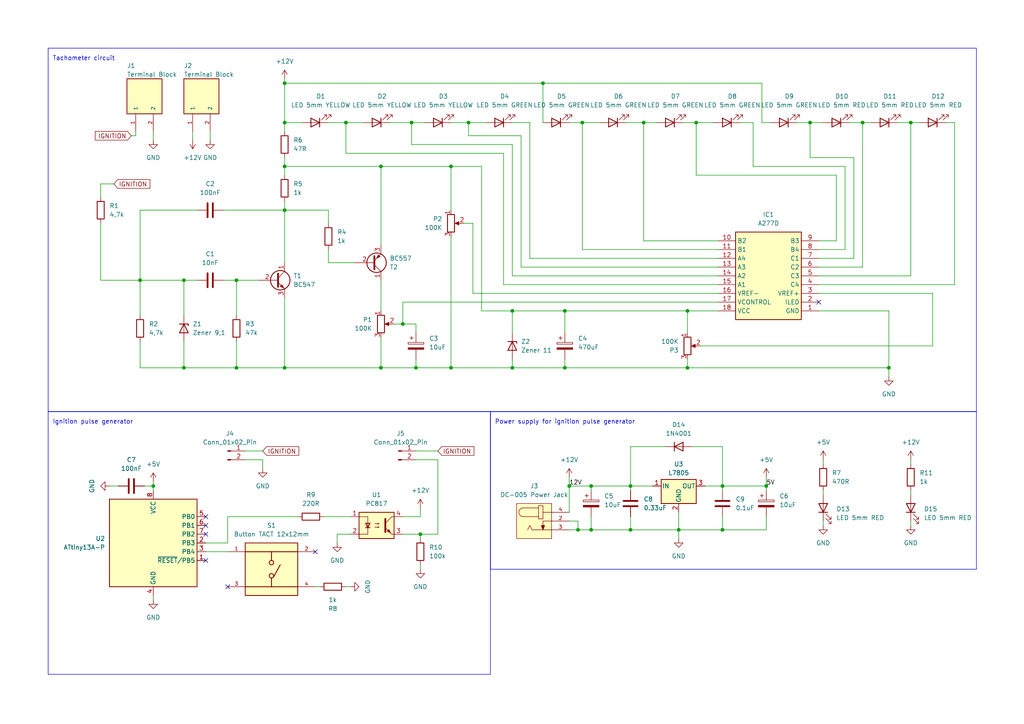
<source format=kicad_sch>
(kicad_sch (version 20230121) (generator eeschema)
  (paper "A4")
  (title_block (title "A277D LED Tachometer with Digital Ignition Pulse Generator") (date "2024-06-10"))
  (lib_symbols
    (symbol "Connector:Conn_01x02_Pin" (pin_names (offset 1.016) hide)
      (property "Reference" "J" (at 0 2.54 0))
      (property "Value" "Conn_01x02_Pin" (at 0 -5.08 0))
      (symbol "Conn_01x02_Pin_1_1"
        (polyline (pts (xy 1.27 -2.54) (xy 0.8636 -2.54)) (stroke (width 0.1524)))
        (polyline (pts (xy 1.27 0) (xy 0.8636 0)) (stroke (width 0.1524)))
        (rectangle (start 0.8636 -2.413) (end 0 -2.667) (stroke (width 0.1524)) (fill (type outline)))
        (rectangle (start 0.8636 0.127) (end 0 -0.127) (stroke (width 0.1524)) (fill (type outline)))
        (pin passive line (at 5.08 0 180) (length 3.81) (name "Pin_1") (number "1"))
        (pin passive line (at 5.08 -2.54 180) (length 3.81) (name "Pin_2") (number "2"))
      )
    )
    (symbol "Device:C" (pin_numbers hide) (pin_names (offset 0.254))
      (property "Reference" "C" (at 0.635 2.54 0))
      (property "Value" "C" (at 0.635 -2.54 0))
      (symbol "C_0_1"
        (polyline (pts (xy -2.032 -0.762) (xy 2.032 -0.762)) (stroke (width 0.508)))
        (polyline (pts (xy -2.032 0.762) (xy 2.032 0.762)) (stroke (width 0.508)))
      )
      (symbol "C_1_1"
        (pin passive line (at 0 3.81 270) (length 2.794) (name "~") (number "1"))
        (pin passive line (at 0 -3.81 90) (length 2.794) (name "~") (number "2"))
      )
    )
    (symbol "Device:C_Polarized" (pin_numbers hide) (pin_names (offset 0.254))
      (property "Reference" "C" (at 0.635 2.54 0))
      (property "Value" "C_Polarized" (at 0.635 -2.54 0))
      (symbol "C_Polarized_0_1"
        (rectangle (start -2.286 0.508) (end 2.286 1.016))
        (polyline (pts (xy -1.778 2.286) (xy -0.762 2.286)))
        (polyline (pts (xy -1.27 2.794) (xy -1.27 1.778)))
        (rectangle (start 2.286 -0.508) (end -2.286 -1.016) (fill (type outline)))
      )
      (symbol "C_Polarized_1_1"
        (pin passive line (at 0 3.81 270) (length 2.794) (name "~") (number "1"))
        (pin passive line (at 0 -3.81 90) (length 2.794) (name "~") (number "2"))
      )
    )
    (symbol "Device:D_Zener" (pin_numbers hide) (pin_names (offset 1.016) hide)
      (property "Reference" "D" (at 0 2.54 0))
      (property "Value" "D_Zener" (at 0 -2.54 0))
      (symbol "D_Zener_0_1"
        (polyline (pts (xy 1.27 0) (xy -1.27 0)))
        (polyline (pts (xy -1.27 -1.27) (xy -1.27 1.27) (xy -0.762 1.27)) (stroke (width 0.254)))
        (polyline (pts (xy 1.27 -1.27) (xy 1.27 1.27) (xy -1.27 0) (xy 1.27 -1.27)) (stroke (width 0.254)))
      )
      (symbol "D_Zener_1_1"
        (pin passive line (at -3.81 0 0) (length 2.54) (name "K") (number "1"))
        (pin passive line (at 3.81 0 180) (length 2.54) (name "A") (number "2"))
      )
    )
    (symbol "Device:R" (pin_numbers hide) (pin_names (offset 0))
      (property "Reference" "R" (at 2.032 0 90))
      (property "Value" "R" (at 0 0 90))
      (symbol "R_0_1"
        (rectangle (start -1.016 -2.54) (end 1.016 2.54) (stroke (width 0.254)))
      )
      (symbol "R_1_1"
        (pin passive line (at 0 3.81 270) (length 1.27) (name "~") (number "1"))
        (pin passive line (at 0 -3.81 90) (length 1.27) (name "~") (number "2"))
      )
    )
    (symbol "Diode:1N4001" (pin_numbers hide) (pin_names hide)
      (property "Reference" "D" (at 0 2.54 0))
      (property "Value" "1N4001" (at 0 -2.54 0))
      (symbol "1N4001_0_1"
        (polyline (pts (xy -1.27 1.27) (xy -1.27 -1.27)) (stroke (width 0.254)))
        (polyline (pts (xy 1.27 0) (xy -1.27 0)))
        (polyline (pts (xy 1.27 1.27) (xy 1.27 -1.27) (xy -1.27 0) (xy 1.27 1.27)) (stroke (width 0.254)))
      )
      (symbol "1N4001_1_1"
        (pin passive line (at -3.81 0 0) (length 2.54) (name "K") (number "1"))
        (pin passive line (at 3.81 0 180) (length 2.54) (name "A") (number "2"))
      )
    )
    (symbol "StockLib:A277D"
      (property "Reference" "IC" (at 16.51 30.48 0))
      (property "Value" "A277D" (at 16.51 27.94 0))
      (symbol "A277D_1_1"
        (rectangle (start 0 25.4) (end 19.05 0) (stroke (width 0.254)) (fill (type background)))
        (pin passive line (at -5.08 22.86 0) (length 5.08) (name "GND") (number "1"))
        (pin passive line (at 24.13 2.54 180) (length 5.08) (name "B2") (number "10"))
        (pin passive line (at 24.13 5.08 180) (length 5.08) (name "B1") (number "11"))
        (pin passive line (at 24.13 7.62 180) (length 5.08) (name "A4") (number "12"))
        (pin passive line (at 24.13 10.16 180) (length 5.08) (name "A3") (number "13"))
        (pin passive line (at 24.13 12.7 180) (length 5.08) (name "A2") (number "14"))
        (pin passive line (at 24.13 15.24 180) (length 5.08) (name "A1") (number "15"))
        (pin passive line (at 24.13 17.78 180) (length 5.08) (name "VREF-") (number "16"))
        (pin passive line (at 24.13 20.32 180) (length 5.08) (name "VCONTROL") (number "17"))
        (pin passive line (at 24.13 22.86 180) (length 5.08) (name "VCC") (number "18"))
        (pin passive line (at -5.08 20.32 0) (length 5.08) (name "ILED") (number "2"))
        (pin passive line (at -5.08 17.78 0) (length 5.08) (name "VREF+") (number "3"))
        (pin passive line (at -5.08 15.24 0) (length 5.08) (name "C4") (number "4"))
        (pin passive line (at -5.08 12.7 0) (length 5.08) (name "C3") (number "5"))
        (pin passive line (at -5.08 10.16 0) (length 5.08) (name "C2") (number "6"))
        (pin passive line (at -5.08 7.62 0) (length 5.08) (name "C1") (number "7"))
        (pin passive line (at -5.08 5.08 0) (length 5.08) (name "B4") (number "8"))
        (pin passive line (at -5.08 2.54 0) (length 5.08) (name "B3") (number "9"))
      )
    )
    (symbol "StockLib:ATtiny13A-P"
      (property "Reference" "U" (at -12.7 13.97 0))
      (property "Value" "ATtiny13A-P" (at 2.54 -13.97 0))
      (symbol "ATtiny13A-P_0_1"
        (rectangle (start -12.7 -12.7) (end 12.7 12.7) (stroke (width 0.254)) (fill (type background)))
      )
      (symbol "ATtiny13A-P_1_1"
        (pin bidirectional line (at 15.24 -5.08 180) (length 2.54) (name "~{RESET}/PB5") (number "1"))
        (pin bidirectional line (at 15.24 0 180) (length 2.54) (name "PB3") (number "2"))
        (pin bidirectional line (at 15.24 -2.54 180) (length 2.54) (name "PB4") (number "3"))
        (pin power_in line (at 0 -15.24 90) (length 2.54) (name "GND") (number "4"))
        (pin bidirectional line (at 15.24 7.62 180) (length 2.54) (name "PB0") (number "5"))
        (pin bidirectional line (at 15.24 5.08 180) (length 2.54) (name "PB1") (number "6"))
        (pin bidirectional line (at 15.24 2.54 180) (length 2.54) (name "PB2") (number "7"))
        (pin power_in line (at 0 15.24 270) (length 2.54) (name "VCC") (number "8"))
      )
    )
    (symbol "StockLib:BC547" (pin_names (offset 0) hide)
      (property "Reference" "Q" (at 5.08 1.905 0))
      (property "Value" "BC547" (at 5.08 0 0))
      (symbol "BC547_0_1"
        (polyline (pts (xy 0 0) (xy 0.635 0)))
        (polyline (pts (xy 0.635 0.635) (xy 2.54 2.54)))
        (polyline (pts (xy 0.635 -0.635) (xy 2.54 -2.54) (xy 2.54 -2.54)))
        (polyline (pts (xy 0.635 1.905) (xy 0.635 -1.905) (xy 0.635 -1.905)) (stroke (width 0.508)))
        (polyline (pts (xy 1.27 -1.778) (xy 1.778 -1.27) (xy 2.286 -2.286) (xy 1.27 -1.778) (xy 1.27 -1.778)) (fill (type outline)))
        (circle (center 1.27 0) (radius 2.8194) (stroke (width 0.254)))
      )
      (symbol "BC547_1_1"
        (pin passive line (at 2.54 5.08 270) (length 2.54) (name "C") (number "1"))
        (pin input line (at -5.08 0 0) (length 5.08) (name "B") (number "2"))
        (pin passive line (at 2.54 -5.08 90) (length 2.54) (name "E") (number "3"))
      )
    )
    (symbol "StockLib:BC557" (pin_names (offset 0) hide)
      (property "Reference" "Q" (at 5.08 1.905 0))
      (property "Value" "BC557" (at 5.08 0 0))
      (symbol "BC557_0_1"
        (polyline (pts (xy 0.635 0.635) (xy 2.54 2.54)))
        (polyline (pts (xy 0.635 -0.635) (xy 2.54 -2.54) (xy 2.54 -2.54)))
        (polyline (pts (xy 0.635 1.905) (xy 0.635 -1.905) (xy 0.635 -1.905)) (stroke (width 0.508)))
        (polyline (pts (xy 2.286 -1.778) (xy 1.778 -2.286) (xy 1.27 -1.27) (xy 2.286 -1.778) (xy 2.286 -1.778)) (fill (type outline)))
        (circle (center 1.27 0) (radius 2.8194) (stroke (width 0.254)))
      )
      (symbol "BC557_1_1"
        (pin passive line (at 2.54 5.08 270) (length 2.54) (name "C") (number "1"))
        (pin input line (at -5.08 0 0) (length 5.715) (name "B") (number "2"))
        (pin passive line (at 2.54 -5.08 90) (length 2.54) (name "E") (number "3"))
      )
    )
    (symbol "StockLib:Button TACT 12x12mm" (pin_names (offset 1.016))
      (property "Reference" "S" (at -7.62 8.382 0))
      (property "Value" "Button TACT 12x12mm" (at -7.62 -8.382 0))
      (symbol "Button TACT 12x12mm_0_0"
        (rectangle (start -7.62 -7.62) (end 7.62 7.62) (stroke (width 0.254)) (fill (type background)))
        (circle (center 0 -1.905) (radius 0.635) (stroke (width 0.254)))
        (polyline (pts (xy 0 -5.08) (xy -7.62 -5.08)) (stroke (width 0.254)))
        (polyline (pts (xy 0 -5.08) (xy 7.62 -5.08)) (stroke (width 0.254)))
        (polyline (pts (xy 0 -2.54) (xy 0 -5.08)) (stroke (width 0.254)))
        (polyline (pts (xy 0 5.08) (xy -7.62 5.08)) (stroke (width 0.254)))
        (polyline (pts (xy 0 5.08) (xy 0 2.54)) (stroke (width 0.254)))
        (polyline (pts (xy 0 5.08) (xy 7.62 5.08)) (stroke (width 0.254)))
        (polyline (pts (xy 0.635 -2.2225) (xy 2.54 1.27)) (stroke (width 0.254)))
        (circle (center 0 1.905) (radius 0.635) (stroke (width 0.254)))
        (pin passive line (at -12.7 5.08 0) (length 5.08) (name "~") (number "1"))
        (pin passive line (at 12.7 5.08 180) (length 5.08) (name "~") (number "2"))
        (pin passive line (at -12.7 -5.08 0) (length 5.08) (name "~") (number "3"))
        (pin passive line (at 12.7 -5.08 180) (length 5.08) (name "~") (number "4"))
      )
    )
    (symbol "StockLib:C_100nF" (pin_numbers hide) (pin_names (offset 0.254))
      (property "Reference" "C" (at 0.635 2.54 0))
      (property "Value" "100nF" (at 0.635 -2.54 0))
      (symbol "C_100nF_0_1"
        (polyline (pts (xy -2.032 -0.762) (xy 2.032 -0.762)) (stroke (width 0.508)))
        (polyline (pts (xy -2.032 0.762) (xy 2.032 0.762)) (stroke (width 0.508)))
      )
      (symbol "C_100nF_1_1"
        (pin passive line (at 0 3.81 270) (length 2.794) (name "~") (number "1"))
        (pin passive line (at 0 -3.81 90) (length 2.794) (name "~") (number "2"))
      )
    )
    (symbol "StockLib:DC-005 Power Jack" (pin_names (offset 1.016))
      (property "Reference" "J" (at -5.0943 5.5976 0))
      (property "Value" "DC-005 Power Jack" (at -5.0995 -7.6398 0))
      (symbol "DC-005 Power Jack_0_0"
        (rectangle (start -5.08 -5.08) (end 5.08 5.08) (stroke (width 0.1524)) (fill (type background)))
        (arc (start -3.175 3.81) (mid -4.4395 2.54) (end -3.175 1.27) (stroke (width 0.1524)))
        (polyline (pts (xy -3.175 3.81) (xy 1.27 3.81)) (stroke (width 0.1524)))
        (polyline (pts (xy -1.27 -1.27) (xy -1.905 -2.54)) (stroke (width 0.1524)))
        (polyline (pts (xy -0.635 -2.54) (xy -1.27 -1.27)) (stroke (width 0.1524)))
        (polyline (pts (xy 1.27 0.635) (xy 2.54 0.635)) (stroke (width 0.1524)))
        (polyline (pts (xy 1.27 1.27) (xy -3.175 1.27)) (stroke (width 0.1524)))
        (polyline (pts (xy 1.27 1.27) (xy 1.27 0.635)) (stroke (width 0.1524)))
        (polyline (pts (xy 1.27 3.81) (xy 1.27 1.27)) (stroke (width 0.1524)))
        (polyline (pts (xy 1.27 4.445) (xy 1.27 3.81)) (stroke (width 0.1524)))
        (polyline (pts (xy 2.54 -2.54) (xy -0.635 -2.54)) (stroke (width 0.1524)))
        (polyline (pts (xy 2.54 -2.54) (xy 5.08 -2.54)) (stroke (width 0.1524)))
        (polyline (pts (xy 2.54 0) (xy 2.54 -2.54)) (stroke (width 0.1524)))
        (polyline (pts (xy 2.54 0) (xy 5.08 0)) (stroke (width 0.1524)))
        (polyline (pts (xy 2.54 0.635) (xy 2.54 2.54)) (stroke (width 0.1524)))
        (polyline (pts (xy 2.54 2.54) (xy 2.54 4.445)) (stroke (width 0.1524)))
        (polyline (pts (xy 2.54 2.54) (xy 5.08 2.54)) (stroke (width 0.1524)))
        (polyline (pts (xy 2.54 4.445) (xy 1.27 4.445)) (stroke (width 0.1524)))
        (polyline (pts (xy 2.54 -2.54) (xy 2.032 -1.27) (xy 3.048 -1.27) (xy 2.54 -2.54)) (stroke (width 0.1524)) (fill (type outline)))
        (pin passive line (at 10.16 0 180) (length 5.08) (name "~") (number "2"))
        (pin passive line (at 10.16 -2.54 180) (length 5.08) (name "~") (number "3"))
        (pin passive line (at 10.16 2.54 180) (length 5.08) (name "~") (number "4"))
      )
    )
    (symbol "StockLib:L7805" (pin_names (offset 0.254))
      (property "Reference" "U" (at -3.81 3.175 0))
      (property "Value" "L7805" (at 0 3.175 0))
      (symbol "L7805_0_1"
        (rectangle (start -5.08 1.905) (end 5.08 -5.08) (stroke (width 0.254)) (fill (type background)))
      )
      (symbol "L7805_1_1"
        (pin power_in line (at -7.62 0 0) (length 2.54) (name "IN") (number "1"))
        (pin power_in line (at 0 -7.62 90) (length 2.54) (name "GND") (number "2"))
        (pin power_out line (at 7.62 0 180) (length 2.54) (name "OUT") (number "3"))
      )
    )
    (symbol "StockLib:LED 5mm GREEN" (pin_numbers hide) (pin_names (offset 1.016) hide)
      (property "Reference" "D" (at 0 2.54 0))
      (property "Value" "LED 5mm GREEN" (at 0 -2.54 0))
      (symbol "LED 5mm GREEN_0_1"
        (polyline (pts (xy -1.27 -1.27) (xy -1.27 1.27)) (stroke (width 0.254)))
        (polyline (pts (xy -1.27 0) (xy 1.27 0)))
        (polyline (pts (xy 1.27 -1.27) (xy 1.27 1.27) (xy -1.27 0) (xy 1.27 -1.27)) (stroke (width 0.254)))
        (polyline (pts (xy -3.048 -0.762) (xy -4.572 -2.286) (xy -3.81 -2.286) (xy -4.572 -2.286) (xy -4.572 -1.524)))
        (polyline (pts (xy -1.778 -0.762) (xy -3.302 -2.286) (xy -2.54 -2.286) (xy -3.302 -2.286) (xy -3.302 -1.524)))
      )
      (symbol "LED 5mm GREEN_1_1"
        (pin passive line (at -3.81 0 0) (length 2.54) (name "K") (number "1"))
        (pin passive line (at 3.81 0 180) (length 2.54) (name "A") (number "2"))
      )
    )
    (symbol "StockLib:LED 5mm RED" (pin_numbers hide) (pin_names (offset 1.016) hide)
      (property "Reference" "D" (at 0 2.54 0))
      (property "Value" "LED 5mm RED" (at 0 -2.54 0))
      (symbol "LED 5mm RED_0_1"
        (polyline (pts (xy -1.27 -1.27) (xy -1.27 1.27)) (stroke (width 0.254)))
        (polyline (pts (xy -1.27 0) (xy 1.27 0)))
        (polyline (pts (xy 1.27 -1.27) (xy 1.27 1.27) (xy -1.27 0) (xy 1.27 -1.27)) (stroke (width 0.254)))
        (polyline (pts (xy -3.048 -0.762) (xy -4.572 -2.286) (xy -3.81 -2.286) (xy -4.572 -2.286) (xy -4.572 -1.524)))
        (polyline (pts (xy -1.778 -0.762) (xy -3.302 -2.286) (xy -2.54 -2.286) (xy -3.302 -2.286) (xy -3.302 -1.524)))
      )
      (symbol "LED 5mm RED_1_1"
        (pin passive line (at -3.81 0 0) (length 2.54) (name "K") (number "1"))
        (pin passive line (at 3.81 0 180) (length 2.54) (name "A") (number "2"))
      )
    )
    (symbol "StockLib:LED 5mm YELLOW" (pin_numbers hide) (pin_names (offset 1.016) hide)
      (property "Reference" "D" (at 0 2.54 0))
      (property "Value" "LED 5mm YELLOW" (at 0 -2.54 0))
      (symbol "LED 5mm YELLOW_0_1"
        (polyline (pts (xy -1.27 -1.27) (xy -1.27 1.27)) (stroke (width 0.254)))
        (polyline (pts (xy -1.27 0) (xy 1.27 0)))
        (polyline (pts (xy 1.27 -1.27) (xy 1.27 1.27) (xy -1.27 0) (xy 1.27 -1.27)) (stroke (width 0.254)))
        (polyline (pts (xy -3.048 -0.762) (xy -4.572 -2.286) (xy -3.81 -2.286) (xy -4.572 -2.286) (xy -4.572 -1.524)))
        (polyline (pts (xy -1.778 -0.762) (xy -3.302 -2.286) (xy -2.54 -2.286) (xy -3.302 -2.286) (xy -3.302 -1.524)))
      )
      (symbol "LED 5mm YELLOW_1_1"
        (pin passive line (at -3.81 0 0) (length 2.54) (name "K") (number "1"))
        (pin passive line (at 3.81 0 180) (length 2.54) (name "A") (number "2"))
      )
    )
    (symbol "StockLib:PC817" (pin_names (offset 1.016))
      (property "Reference" "U" (at -5.08 5.08 0))
      (property "Value" "PC817" (at 0 5.08 0))
      (symbol "PC817_0_1"
        (rectangle (start -5.08 3.81) (end 5.08 -3.81) (stroke (width 0.254)) (fill (type background)))
        (polyline (pts (xy -3.175 -0.635) (xy -1.905 -0.635)) (stroke (width 0.254)))
        (polyline (pts (xy 2.54 0.635) (xy 4.445 2.54)))
        (polyline (pts (xy 4.445 -2.54) (xy 2.54 -0.635)) (fill (type outline)))
        (polyline (pts (xy 4.445 -2.54) (xy 5.08 -2.54)))
        (polyline (pts (xy 4.445 2.54) (xy 5.08 2.54)))
        (polyline (pts (xy -5.08 2.54) (xy -2.54 2.54) (xy -2.54 -0.635)))
        (polyline (pts (xy -2.54 -0.635) (xy -2.54 -2.54) (xy -5.08 -2.54)))
        (polyline (pts (xy 2.54 1.905) (xy 2.54 -1.905) (xy 2.54 -1.905)) (stroke (width 0.508)))
        (polyline (pts (xy -2.54 -0.635) (xy -3.175 0.635) (xy -1.905 0.635) (xy -2.54 -0.635)) (stroke (width 0.254)))
        (polyline (pts (xy -0.508 -0.508) (xy 0.762 -0.508) (xy 0.381 -0.635) (xy 0.381 -0.381) (xy 0.762 -0.508)))
        (polyline (pts (xy -0.508 0.508) (xy 0.762 0.508) (xy 0.381 0.381) (xy 0.381 0.635) (xy 0.762 0.508)))
        (polyline (pts (xy 3.048 -1.651) (xy 3.556 -1.143) (xy 4.064 -2.159) (xy 3.048 -1.651) (xy 3.048 -1.651)) (fill (type outline)))
      )
      (symbol "PC817_1_1"
        (pin passive line (at -7.62 2.54 0) (length 2.54) (name "~") (number "1"))
        (pin passive line (at -7.62 -2.54 0) (length 2.54) (name "~") (number "2"))
        (pin passive line (at 7.62 -2.54 180) (length 2.54) (name "~") (number "3"))
        (pin passive line (at 7.62 2.54 180) (length 2.54) (name "~") (number "4"))
      )
    )
    (symbol "StockLib:R_1k" (pin_numbers hide) (pin_names (offset 0))
      (property "Reference" "R" (at 2.032 0 90))
      (property "Value" "1k" (at 0 0 90))
      (symbol "R_1k_0_1"
        (rectangle (start -1.016 -2.54) (end 1.016 2.54) (stroke (width 0.254)))
      )
      (symbol "R_1k_1_1"
        (pin passive line (at 0 3.81 270) (length 1.27) (name "~") (number "1"))
        (pin passive line (at 0 -3.81 90) (length 1.27) (name "~") (number "2"))
      )
    )
    (symbol "StockLib:R_470R" (pin_numbers hide) (pin_names (offset 0))
      (property "Reference" "R" (at 2.032 0 90))
      (property "Value" "470R" (at 0 0 90))
      (symbol "R_470R_0_1"
        (rectangle (start -1.016 -2.54) (end 1.016 2.54) (stroke (width 0.254)))
      )
      (symbol "R_470R_1_1"
        (pin passive line (at 0 3.81 270) (length 1.27) (name "~") (number "1"))
        (pin passive line (at 0 -3.81 90) (length 1.27) (name "~") (number "2"))
      )
    )
    (symbol "StockLib:Terminal Block KF301-2P" (pin_names (offset 1.016))
      (property "Reference" "J" (at -5.08 5.842 0))
      (property "Value" "Terminal Block KF301-2P" (at -5.08 -7.62 0))
      (symbol "Terminal Block KF301-2P_0_0"
        (rectangle (start -5.08 -5.08) (end 5.08 5.08) (stroke (width 0.254)) (fill (type background)))
        (pin passive line (at -10.16 2.54 0) (length 5.08) (name "1") (number "1"))
        (pin passive line (at -10.16 -2.54 0) (length 5.08) (name "2") (number "2"))
      )
    )
    (symbol "StockLib:Trimpot RM-065" (pin_names (offset 1.016) hide)
      (property "Reference" "RV" (at -4.445 0 90))
      (property "Value" "Trimpot RM-065" (at -2.54 0 90))
      (symbol "Trimpot RM-065_0_1"
        (polyline (pts (xy 2.54 0) (xy 1.524 0)))
        (polyline (pts (xy 1.143 0) (xy 2.286 0.508) (xy 2.286 -0.508) (xy 1.143 0)) (fill (type outline)))
        (rectangle (start 1.016 2.54) (end -1.016 -2.54) (stroke (width 0.254)))
      )
      (symbol "Trimpot RM-065_1_1"
        (pin passive line (at 0 3.81 270) (length 1.27) (name "1") (number "1"))
        (pin passive line (at 3.81 0 180) (length 1.27) (name "2") (number "2"))
        (pin passive line (at 0 -3.81 90) (length 1.27) (name "3") (number "3"))
      )
    )
    (symbol "power:+12V" (power) (pin_names (offset 0))
      (property "Value" "+12V" (at 0 3.556 0))
      (symbol "+12V_0_1"
        (polyline (pts (xy -0.762 1.27) (xy 0 2.54)))
        (polyline (pts (xy 0 0) (xy 0 2.54)))
        (polyline (pts (xy 0 2.54) (xy 0.762 1.27)))
      )
      (symbol "+12V_1_1"
        (pin power_in line (at 0 0 90) (length 0) hide (name "+12V") (number "1"))
      )
    )
    (symbol "power:+5V" (power) (pin_names (offset 0))
      (property "Value" "+5V" (at 0 3.556 0))
      (symbol "+5V_0_1"
        (polyline (pts (xy -0.762 1.27) (xy 0 2.54)))
        (polyline (pts (xy 0 0) (xy 0 2.54)))
        (polyline (pts (xy 0 2.54) (xy 0.762 1.27)))
      )
      (symbol "+5V_1_1"
        (pin power_in line (at 0 0 90) (length 0) hide (name "+5V") (number "1"))
      )
    )
    (symbol "power:GND" (power) (pin_names (offset 0))
      (property "Value" "GND" (at 0 -3.81 0))
      (symbol "GND_0_1"
        (polyline (pts (xy 0 0) (xy 0 -1.27) (xy 1.27 -1.27) (xy 0 -2.54) (xy -1.27 -1.27) (xy 0 -1.27)))
      )
      (symbol "GND_1_1"
        (pin power_in line (at 0 0 270) (length 0) hide (name "GND") (number "1"))
      )
    )
  )
  (junction (at 199.39 106.68))
  (junction (at 53.34 106.68))
  (junction (at 100.33 35.56))
  (junction (at 130.81 48.26))
  (junction (at 165.1 140.97))
  (junction (at 264.16 35.56))
  (junction (at 110.49 48.26))
  (junction (at 68.58 81.28))
  (junction (at 201.93 35.56))
  (junction (at 222.25 140.97))
  (junction (at 168.91 35.56))
  (junction (at 182.88 140.97))
  (junction (at 44.45 140.97))
  (junction (at 119.38 35.56))
  (junction (at 121.92 154.94))
  (junction (at 167.64 153.67))
  (junction (at 250.19 35.56))
  (junction (at 209.55 140.97))
  (junction (at 82.55 106.68))
  (junction (at 148.59 90.17))
  (junction (at 171.45 153.67))
  (junction (at 82.55 60.96))
  (junction (at 148.59 106.68))
  (junction (at 68.58 106.68))
  (junction (at 82.55 24.13))
  (junction (at 135.89 35.56))
  (junction (at 199.39 90.17))
  (junction (at 171.45 140.97))
  (junction (at 196.85 153.67))
  (junction (at 209.55 153.67))
  (junction (at 163.83 90.17))
  (junction (at 40.64 81.28))
  (junction (at 157.48 24.13))
  (junction (at 163.83 106.68))
  (junction (at 116.84 93.98))
  (junction (at 53.34 81.28))
  (junction (at 110.49 106.68))
  (junction (at 82.55 48.26))
  (junction (at 257.81 106.68))
  (junction (at 130.81 106.68))
  (junction (at 234.95 35.56))
  (junction (at 82.55 35.56))
  (junction (at 120.65 106.68))
  (junction (at 186.69 35.56))
  (junction (at 182.88 153.67))
  (no_connect (at 66.04 170.18))
  (no_connect (at 91.44 160.02))
  (no_connect (at 237.49 87.63))
  (no_connect (at 59.69 162.56))
  (no_connect (at 59.69 149.86))
  (no_connect (at 59.69 152.4))
  (no_connect (at 59.69 154.94))
  (wire (pts (xy 110.49 97.79) (xy 110.49 106.68)))
  (wire (pts (xy 199.39 104.14) (xy 199.39 106.68)))
  (wire (pts (xy 193.04 129.54) (xy 182.88 129.54)))
  (wire (pts (xy 121.92 163.83) (xy 121.92 165.1)))
  (wire (pts (xy 120.65 96.52) (xy 120.65 93.98)))
  (wire (pts (xy 146.05 44.45) (xy 100.33 44.45)))
  (wire (pts (xy 182.88 140.97) (xy 189.23 140.97)))
  (wire (pts (xy 39.37 38.1) (xy 39.37 39.37)))
  (wire (pts (xy 127 154.94) (xy 127 133.35)))
  (wire (pts (xy 116.84 93.98) (xy 120.65 93.98)))
  (wire (pts (xy 97.79 154.94) (xy 97.79 157.48)))
  (wire (pts (xy 234.95 35.56) (xy 238.76 35.56)))
  (wire (pts (xy 165.1 140.97) (xy 171.45 140.97)))
  (wire (pts (xy 264.16 142.24) (xy 264.16 143.51)))
  (wire (pts (xy 116.84 154.94) (xy 121.92 154.94)))
  (wire (pts (xy 168.91 72.39) (xy 168.91 35.56)))
  (wire (pts (xy 57.15 81.28) (xy 53.34 81.28)))
  (wire (pts (xy 171.45 140.97) (xy 182.88 140.97)))
  (wire (pts (xy 82.55 35.56) (xy 82.55 38.1)))
  (wire (pts (xy 100.33 35.56) (xy 105.41 35.56)))
  (wire (pts (xy 101.6 170.18) (xy 100.33 170.18)))
  (wire (pts (xy 163.83 106.68) (xy 199.39 106.68)))
  (wire (pts (xy 220.98 35.56) (xy 223.52 35.56)))
  (wire (pts (xy 121.92 147.32) (xy 121.92 149.86)))
  (wire (pts (xy 182.88 149.86) (xy 182.88 153.67)))
  (wire (pts (xy 139.7 90.17) (xy 148.59 90.17)))
  (wire (pts (xy 40.64 81.28) (xy 53.34 81.28)))
  (wire (pts (xy 95.25 76.2) (xy 102.87 76.2)))
  (wire (pts (xy 199.39 106.68) (xy 257.81 106.68)))
  (wire (pts (xy 264.16 133.35) (xy 264.16 134.62)))
  (wire (pts (xy 200.66 129.54) (xy 209.55 129.54)))
  (wire (pts (xy 218.44 48.26) (xy 245.11 48.26)))
  (wire (pts (xy 95.25 35.56) (xy 100.33 35.56)))
  (wire (pts (xy 110.49 48.26) (xy 130.81 48.26)))
  (wire (pts (xy 130.81 106.68) (xy 148.59 106.68)))
  (wire (pts (xy 237.49 69.85) (xy 242.57 69.85)))
  (wire (pts (xy 148.59 35.56) (xy 153.67 35.56)))
  (wire (pts (xy 130.81 48.26) (xy 130.81 60.96)))
  (wire (pts (xy 31.75 140.97) (xy 34.29 140.97)))
  (wire (pts (xy 209.55 153.67) (xy 222.25 153.67)))
  (wire (pts (xy 137.16 64.77) (xy 137.16 85.09)))
  (wire (pts (xy 165.1 138.43) (xy 165.1 140.97)))
  (wire (pts (xy 237.49 74.93) (xy 247.65 74.93)))
  (wire (pts (xy 201.93 50.8) (xy 201.93 35.56)))
  (wire (pts (xy 234.95 45.72) (xy 234.95 35.56)))
  (wire (pts (xy 101.6 154.94) (xy 97.79 154.94)))
  (wire (pts (xy 242.57 69.85) (xy 242.57 50.8)))
  (wire (pts (xy 167.64 153.67) (xy 171.45 153.67)))
  (wire (pts (xy 218.44 35.56) (xy 218.44 48.26)))
  (wire (pts (xy 53.34 106.68) (xy 68.58 106.68)))
  (wire (pts (xy 245.11 48.26) (xy 245.11 72.39)))
  (wire (pts (xy 163.83 96.52) (xy 163.83 90.17)))
  (wire (pts (xy 196.85 153.67) (xy 209.55 153.67)))
  (wire (pts (xy 168.91 35.56) (xy 173.99 35.56)))
  (wire (pts (xy 120.65 104.14) (xy 120.65 106.68)))
  (wire (pts (xy 100.33 44.45) (xy 100.33 35.56)))
  (wire (pts (xy 222.25 138.43) (xy 222.25 140.97)))
  (wire (pts (xy 222.25 142.24) (xy 222.25 140.97)))
  (wire (pts (xy 181.61 35.56) (xy 186.69 35.56)))
  (wire (pts (xy 134.62 64.77) (xy 137.16 64.77)))
  (wire (pts (xy 121.92 149.86) (xy 116.84 149.86)))
  (wire (pts (xy 148.59 80.01) (xy 148.59 41.91)))
  (wire (pts (xy 116.84 87.63) (xy 208.28 87.63)))
  (wire (pts (xy 186.69 35.56) (xy 190.5 35.56)))
  (wire (pts (xy 196.85 153.67) (xy 196.85 148.59)))
  (wire (pts (xy 196.85 153.67) (xy 196.85 156.21)))
  (wire (pts (xy 208.28 82.55) (xy 146.05 82.55)))
  (wire (pts (xy 60.96 38.1) (xy 60.96 40.64)))
  (wire (pts (xy 151.13 77.47) (xy 151.13 39.37)))
  (wire (pts (xy 245.11 72.39) (xy 237.49 72.39)))
  (wire (pts (xy 41.91 140.97) (xy 44.45 140.97)))
  (wire (pts (xy 95.25 72.39) (xy 95.25 76.2)))
  (wire (pts (xy 121.92 154.94) (xy 121.92 156.21)))
  (wire (pts (xy 40.64 106.68) (xy 53.34 106.68)))
  (wire (pts (xy 135.89 35.56) (xy 140.97 35.56)))
  (wire (pts (xy 82.55 60.96) (xy 95.25 60.96)))
  (wire (pts (xy 209.55 149.86) (xy 209.55 153.67)))
  (wire (pts (xy 148.59 106.68) (xy 163.83 106.68)))
  (wire (pts (xy 148.59 41.91) (xy 119.38 41.91)))
  (wire (pts (xy 121.92 154.94) (xy 127 154.94)))
  (wire (pts (xy 151.13 39.37) (xy 135.89 39.37)))
  (wire (pts (xy 237.49 77.47) (xy 250.19 77.47)))
  (wire (pts (xy 110.49 81.28) (xy 110.49 90.17)))
  (wire (pts (xy 238.76 151.13) (xy 238.76 152.4)))
  (wire (pts (xy 137.16 85.09) (xy 208.28 85.09)))
  (wire (pts (xy 199.39 90.17) (xy 199.39 96.52)))
  (wire (pts (xy 231.14 35.56) (xy 234.95 35.56)))
  (wire (pts (xy 208.28 77.47) (xy 151.13 77.47)))
  (wire (pts (xy 82.55 106.68) (xy 110.49 106.68)))
  (wire (pts (xy 153.67 35.56) (xy 153.67 74.93)))
  (wire (pts (xy 119.38 41.91) (xy 119.38 35.56)))
  (wire (pts (xy 55.88 38.1) (xy 55.88 40.64)))
  (wire (pts (xy 93.98 149.86) (xy 101.6 149.86)))
  (wire (pts (xy 40.64 60.96) (xy 40.64 81.28)))
  (wire (pts (xy 71.12 133.35) (xy 76.2 133.35)))
  (wire (pts (xy 209.55 129.54) (xy 209.55 140.97)))
  (wire (pts (xy 44.45 139.7) (xy 44.45 140.97)))
  (wire (pts (xy 64.77 81.28) (xy 68.58 81.28)))
  (wire (pts (xy 257.81 106.68) (xy 257.81 109.22)))
  (wire (pts (xy 182.88 129.54) (xy 182.88 140.97)))
  (wire (pts (xy 148.59 90.17) (xy 148.59 96.52)))
  (wire (pts (xy 163.83 90.17) (xy 199.39 90.17)))
  (wire (pts (xy 146.05 82.55) (xy 146.05 44.45)))
  (wire (pts (xy 110.49 48.26) (xy 110.49 71.12)))
  (wire (pts (xy 165.1 140.97) (xy 165.1 148.59)))
  (wire (pts (xy 44.45 38.1) (xy 44.45 40.64)))
  (wire (pts (xy 250.19 35.56) (xy 252.73 35.56)))
  (wire (pts (xy 270.51 100.33) (xy 203.2 100.33)))
  (wire (pts (xy 186.69 69.85) (xy 186.69 35.56)))
  (wire (pts (xy 110.49 106.68) (xy 120.65 106.68)))
  (wire (pts (xy 214.63 35.56) (xy 218.44 35.56)))
  (wire (pts (xy 171.45 149.86) (xy 171.45 153.67)))
  (wire (pts (xy 238.76 133.35) (xy 238.76 134.62)))
  (wire (pts (xy 182.88 140.97) (xy 182.88 142.24)))
  (wire (pts (xy 113.03 35.56) (xy 119.38 35.56)))
  (wire (pts (xy 64.77 60.96) (xy 82.55 60.96)))
  (wire (pts (xy 82.55 24.13) (xy 82.55 35.56)))
  (wire (pts (xy 68.58 99.06) (xy 68.58 106.68)))
  (wire (pts (xy 130.81 35.56) (xy 135.89 35.56)))
  (wire (pts (xy 29.21 53.34) (xy 33.02 53.34)))
  (wire (pts (xy 276.86 82.55) (xy 276.86 35.56)))
  (wire (pts (xy 163.83 104.14) (xy 163.83 106.68)))
  (wire (pts (xy 29.21 53.34) (xy 29.21 57.15)))
  (wire (pts (xy 82.55 35.56) (xy 87.63 35.56)))
  (wire (pts (xy 165.1 151.13) (xy 167.64 151.13)))
  (wire (pts (xy 53.34 81.28) (xy 53.34 91.44)))
  (wire (pts (xy 264.16 35.56) (xy 266.7 35.56)))
  (wire (pts (xy 171.45 140.97) (xy 171.45 142.24)))
  (wire (pts (xy 237.49 82.55) (xy 276.86 82.55)))
  (wire (pts (xy 209.55 140.97) (xy 209.55 142.24)))
  (wire (pts (xy 40.64 99.06) (xy 40.64 106.68)))
  (wire (pts (xy 57.15 60.96) (xy 40.64 60.96)))
  (wire (pts (xy 165.1 153.67) (xy 167.64 153.67)))
  (wire (pts (xy 157.48 24.13) (xy 220.98 24.13)))
  (wire (pts (xy 82.55 48.26) (xy 82.55 45.72)))
  (wire (pts (xy 40.64 81.28) (xy 40.64 91.44)))
  (wire (pts (xy 119.38 35.56) (xy 123.19 35.56)))
  (wire (pts (xy 68.58 106.68) (xy 82.55 106.68)))
  (wire (pts (xy 116.84 87.63) (xy 116.84 93.98)))
  (wire (pts (xy 204.47 140.97) (xy 209.55 140.97)))
  (wire (pts (xy 53.34 99.06) (xy 53.34 106.68)))
  (wire (pts (xy 66.04 157.48) (xy 59.69 157.48)))
  (wire (pts (xy 167.64 153.67) (xy 167.64 151.13)))
  (wire (pts (xy 120.65 106.68) (xy 130.81 106.68)))
  (wire (pts (xy 165.1 35.56) (xy 168.91 35.56)))
  (wire (pts (xy 208.28 72.39) (xy 168.91 72.39)))
  (wire (pts (xy 148.59 104.14) (xy 148.59 106.68)))
  (wire (pts (xy 82.55 86.36) (xy 82.55 106.68)))
  (wire (pts (xy 237.49 90.17) (xy 257.81 90.17)))
  (wire (pts (xy 237.49 85.09) (xy 270.51 85.09)))
  (wire (pts (xy 208.28 69.85) (xy 186.69 69.85)))
  (wire (pts (xy 39.37 39.37) (xy 38.1 39.37)))
  (wire (pts (xy 264.16 80.01) (xy 264.16 35.56)))
  (wire (pts (xy 135.89 39.37) (xy 135.89 35.56)))
  (wire (pts (xy 120.65 130.81) (xy 127 130.81)))
  (wire (pts (xy 82.55 22.86) (xy 82.55 24.13)))
  (wire (pts (xy 29.21 81.28) (xy 40.64 81.28)))
  (wire (pts (xy 238.76 142.24) (xy 238.76 143.51)))
  (wire (pts (xy 201.93 35.56) (xy 207.01 35.56)))
  (wire (pts (xy 264.16 151.13) (xy 264.16 152.4)))
  (wire (pts (xy 114.3 93.98) (xy 116.84 93.98)))
  (wire (pts (xy 237.49 80.01) (xy 264.16 80.01)))
  (wire (pts (xy 208.28 90.17) (xy 199.39 90.17)))
  (wire (pts (xy 59.69 160.02) (xy 66.04 160.02)))
  (wire (pts (xy 222.25 153.67) (xy 222.25 149.86)))
  (wire (pts (xy 139.7 48.26) (xy 130.81 48.26)))
  (wire (pts (xy 247.65 74.93) (xy 247.65 45.72)))
  (wire (pts (xy 95.25 60.96) (xy 95.25 64.77)))
  (wire (pts (xy 82.55 60.96) (xy 82.55 76.2)))
  (wire (pts (xy 276.86 35.56) (xy 274.32 35.56)))
  (wire (pts (xy 44.45 172.72) (xy 44.45 173.99)))
  (wire (pts (xy 148.59 90.17) (xy 163.83 90.17)))
  (wire (pts (xy 71.12 130.81) (xy 76.2 130.81)))
  (wire (pts (xy 139.7 90.17) (xy 139.7 48.26)))
  (wire (pts (xy 242.57 50.8) (xy 201.93 50.8)))
  (wire (pts (xy 68.58 81.28) (xy 74.93 81.28)))
  (wire (pts (xy 110.49 48.26) (xy 82.55 48.26)))
  (wire (pts (xy 270.51 85.09) (xy 270.51 100.33)))
  (wire (pts (xy 68.58 81.28) (xy 68.58 91.44)))
  (wire (pts (xy 76.2 133.35) (xy 76.2 135.89)))
  (wire (pts (xy 29.21 64.77) (xy 29.21 81.28)))
  (wire (pts (xy 260.35 35.56) (xy 264.16 35.56)))
  (wire (pts (xy 246.38 35.56) (xy 250.19 35.56)))
  (wire (pts (xy 82.55 58.42) (xy 82.55 60.96)))
  (wire (pts (xy 153.67 74.93) (xy 208.28 74.93)))
  (wire (pts (xy 209.55 140.97) (xy 222.25 140.97)))
  (wire (pts (xy 171.45 153.67) (xy 182.88 153.67)))
  (wire (pts (xy 247.65 45.72) (xy 234.95 45.72)))
  (wire (pts (xy 82.55 48.26) (xy 82.55 50.8)))
  (wire (pts (xy 208.28 80.01) (xy 148.59 80.01)))
  (wire (pts (xy 82.55 24.13) (xy 157.48 24.13)))
  (wire (pts (xy 257.81 90.17) (xy 257.81 106.68)))
  (wire (pts (xy 44.45 140.97) (xy 44.45 142.24)))
  (wire (pts (xy 120.65 133.35) (xy 127 133.35)))
  (wire (pts (xy 250.19 77.47) (xy 250.19 35.56)))
  (wire (pts (xy 130.81 68.58) (xy 130.81 106.68)))
  (wire (pts (xy 182.88 153.67) (xy 196.85 153.67)))
  (wire (pts (xy 198.12 35.56) (xy 201.93 35.56)))
  (wire (pts (xy 92.71 170.18) (xy 91.44 170.18)))
  (wire (pts (xy 157.48 24.13) (xy 157.48 35.56)))
  (wire (pts (xy 66.04 149.86) (xy 86.36 149.86)))
  (wire (pts (xy 66.04 157.48) (xy 66.04 149.86)))
  (wire (pts (xy 220.98 24.13) (xy 220.98 35.56)))
  (rectangle (start 13.97 13.97) (end 283.21 119.38))
  (rectangle (start 142.24 119.38) (end 283.21 165.1))
  (rectangle (start 13.97 119.38) (end 142.24 195.58))
  (text "Ignition pulse generator" (at 15.24 123.19 0) (effects (font (size 1.27 1.27)) (justify left bottom)))
  (text "Tachometer circuit" (at 15.24 17.78 0) (effects (font (size 1.27 1.27)) (justify left bottom)))
  (text "Power supply for ignition pulse generator" (at 143.51 123.19 0) (effects (font (size 1.27 1.27)) (justify left bottom)))
  (label "12V" (at 165.1 140.97 0))
  (label "5V" (at 222.25 140.97 0))
  (global_label "IGNITION" (shape input) (at 76.2 130.81 0) (property "Intersheetrefs" "${INTERSHEET_REFS}" (effects hide)))
  (global_label "IGNITION" (shape input) (at 127 130.81 0) (property "Intersheetrefs" "${INTERSHEET_REFS}" (effects hide)))
  (global_label "IGNITION" (shape input) (at 33.02 53.34 0) (property "Intersheetrefs" "${INTERSHEET_REFS}" (effects hide)))
  (global_label "IGNITION" (shape input) (at 38.1 39.37 180) (property "Intersheetrefs" "${INTERSHEET_REFS}" (effects hide)))
  (symbol (lib_id "StockLib:BC547") (at 80.01 81.28 0) (unit 1)
    (property "Reference" "T1" (at 85.09 80.01 0) (effects (justify left)))
    (property "Value" "BC547" (at 85.09 82.55 0) (effects (justify left)))
    (property "Footprint" "Package_TO_SOT_THT:TO-92_Inline" (effects hide))
    (property "Datasheet" "https://www.onsemi.com/pub/Collateral/BC550-D.pdf" (effects hide))
  )
  (symbol (lib_id "Device:R") (at 82.55 41.91 0) (unit 1)
    (property "Reference" "R6" (at 85.09 40.64 0) (effects (justify left)))
    (property "Value" "47R" (at 85.09 43.18 0) (effects (justify left)))
    (property "Footprint" "Resistor_THT:R_Axial_DIN0207_L6.3mm_D2.5mm_P10.16mm_Horizontal" (effects hide))
  )
  (symbol (lib_id "StockLib:Terminal Block KF301-2P") (at 58.42 27.94 90) (unit 1)
    (property "Reference" "J2" (at 53.34 19.05 90) (effects (justify right)))
    (property "Value" "Terminal Block" (at 53.34 21.59 90) (effects (justify right)))
    (property "Footprint" "StockLib:Terminal Block KF301-2P" (effects hide))
    (property "MF" "Handson Technology" (effects hide))
    (property "MAXIMUM_PACKAGE_HEIGHT" "10mm" (effects hide))
    (property "Package" "None" (effects hide))
    (property "Price" "None" (effects hide))
    (property "Check_prices" "https://www.snapeda.com/parts/KF301-2P/Handson+Technology/view-part/?ref=eda" (effects hide))
    (property "STANDARD" "Manufacturer Recommendations" (effects hide))
    (property "PARTREV" "NA" (effects hide))
    (property "SnapEDA_Link" "https://www.snapeda.com/parts/KF301-2P/Handson+Technology/view-part/?ref=snap" (effects hide))
    (property "MP" "KF301-2P" (effects hide))
    (property "Description" "\n2 Pin Terminal Block 5mm Pitch\n" (effects hide))
    (property "Availability" "Not in stock" (effects hide))
    (property "MANUFACTURER" "Handson Technology" (effects hide))
  )
  (symbol (lib_id "StockLib:R_470R") (at 238.76 138.43 180) (unit 1)
    (property "Reference" "R7" (at 241.3 137.16 0) (effects (justify right)))
    (property "Value" "470R" (at 241.3 139.7 0) (effects (justify right)))
    (property "Footprint" "StockLib:R_470_Axial_DIN0207" (effects hide))
  )
  (symbol (lib_id "power:GND") (at 76.2 135.89 0) (unit 1)
    (property "Reference" "#PWR020" (effects hide))
    (property "Value" "GND" (at 76.2 140.97 0))
  )
  (symbol (lib_id "power:GND") (at 31.75 140.97 270) (unit 1)
    (property "Reference" "#PWR013" (effects hide))
    (property "Value" "GND" (at 26.67 140.97 0))
  )
  (symbol (lib_id "StockLib:Terminal Block KF301-2P") (at 41.91 27.94 90) (unit 1)
    (property "Reference" "J1" (at 36.83 19.05 90) (effects (justify right)))
    (property "Value" "Terminal Block" (at 36.83 21.59 90) (effects (justify right)))
    (property "Footprint" "StockLib:Terminal Block KF301-2P" (effects hide))
    (property "MF" "Handson Technology" (effects hide))
    (property "MAXIMUM_PACKAGE_HEIGHT" "10mm" (effects hide))
    (property "Package" "None" (effects hide))
    (property "Price" "None" (effects hide))
    (property "Check_prices" "https://www.snapeda.com/parts/KF301-2P/Handson+Technology/view-part/?ref=eda" (effects hide))
    (property "STANDARD" "Manufacturer Recommendations" (effects hide))
    (property "PARTREV" "NA" (effects hide))
    (property "SnapEDA_Link" "https://www.snapeda.com/parts/KF301-2P/Handson+Technology/view-part/?ref=snap" (effects hide))
    (property "MP" "KF301-2P" (effects hide))
    (property "Description" "\n2 Pin Terminal Block 5mm Pitch\n" (effects hide))
    (property "Availability" "Not in stock" (effects hide))
    (property "MANUFACTURER" "Handson Technology" (effects hide))
  )
  (symbol (lib_id "power:GND") (at 101.6 170.18 90) (unit 1)
    (property "Reference" "#PWR010" (effects hide))
    (property "Value" "GND" (at 106.68 170.18 0))
  )
  (symbol (lib_id "StockLib:BC557") (at 107.95 76.2 0) (mirror x) (unit 1)
    (property "Reference" "T2" (at 113.03 77.47 0) (effects (justify left)))
    (property "Value" "BC557" (at 113.03 74.93 0) (effects (justify left)))
    (property "Footprint" "Package_TO_SOT_THT:TO-92_Inline" (effects hide))
    (property "Datasheet" "https://www.onsemi.com/pub/Collateral/BC556BTA-D.pdf" (effects hide))
  )
  (symbol (lib_id "power:GND") (at 97.79 157.48 0) (unit 1)
    (property "Reference" "#PWR014" (effects hide))
    (property "Value" "GND" (at 97.79 162.56 0))
  )
  (symbol (lib_id "Device:C_Polarized") (at 171.45 146.05 0) (unit 1)
    (property "Reference" "C5" (at 175.26 143.891 0) (effects (justify left)))
    (property "Value" "10uF" (at 175.26 146.431 0) (effects (justify left)))
    (property "Footprint" "Capacitor_THT:CP_Radial_D5.0mm_P2.00mm" (effects hide))
  )
  (symbol (lib_id "power:+12V") (at 82.55 22.86 0) (unit 1)
    (property "Reference" "#PWR02" (effects hide))
    (property "Value" "+12V" (at 82.55 17.78 0))
  )
  (symbol (lib_id "StockLib:LED 5mm GREEN") (at 161.29 35.56 180) (unit 1)
    (property "Reference" "D5" (at 162.8775 27.94 0))
    (property "Value" "LED 5mm GREEN" (at 162.8775 30.48 0))
    (property "Footprint" "StockLib:LED_D5.0mm_GREEN" (effects hide))
  )
  (symbol (lib_id "Device:C_Polarized") (at 120.65 100.33 0) (unit 1)
    (property "Reference" "C3" (at 124.46 98.171 0) (effects (justify left)))
    (property "Value" "10uF" (at 124.46 100.711 0) (effects (justify left)))
    (property "Footprint" "Capacitor_THT:CP_Radial_D5.0mm_P2.00mm" (effects hide))
  )
  (symbol (lib_id "power:+12V") (at 121.92 147.32 0) (unit 1)
    (property "Reference" "#PWR016" (effects hide))
    (property "Value" "+12V" (at 121.92 142.24 0))
  )
  (symbol (lib_id "Diode:1N4001") (at 196.85 129.54 0) (unit 1)
    (property "Reference" "D14" (at 196.85 123.19 0))
    (property "Value" "1N4001" (at 196.85 125.73 0))
    (property "Footprint" "Diode_THT:D_DO-41_SOD81_P10.16mm_Horizontal" (effects hide))
    (property "Datasheet" "http://www.vishay.com/docs/88503/1n4001.pdf" (effects hide))
    (property "Sim.Device" "D" (effects hide))
    (property "Sim.Pins" "1=K 2=A" (effects hide))
  )
  (symbol (lib_id "StockLib:LED 5mm YELLOW") (at 127 35.56 180) (unit 1)
    (property "Reference" "D3" (at 128.5875 27.94 0))
    (property "Value" "LED 5mm YELLOW" (at 128.5875 30.48 0))
    (property "Footprint" "StockLib:LED_D5.0mm_YELLOW" (effects hide))
  )
  (symbol (lib_id "power:+12V") (at 165.1 138.43 0) (unit 1)
    (property "Reference" "#PWR017" (effects hide))
    (property "Value" "+12V" (at 165.1 133.35 0))
  )
  (symbol (lib_id "power:GND") (at 121.92 165.1 0) (unit 1)
    (property "Reference" "#PWR015" (effects hide))
    (property "Value" "GND" (at 121.92 170.18 0))
  )
  (symbol (lib_id "power:+12V") (at 55.88 40.64 180) (unit 1)
    (property "Reference" "#PWR04" (effects hide))
    (property "Value" "+12V" (at 55.88 45.72 0))
  )
  (symbol (lib_id "power:GND") (at 257.81 109.22 0) (unit 1)
    (property "Reference" "#PWR01" (effects hide))
    (property "Value" "GND" (at 257.81 114.3 0))
  )
  (symbol (lib_id "Device:R") (at 40.64 95.25 0) (unit 1)
    (property "Reference" "R2" (at 43.18 93.98 0) (effects (justify left)))
    (property "Value" "4,7k" (at 43.18 96.52 0) (effects (justify left)))
    (property "Footprint" "Resistor_THT:R_Axial_DIN0207_L6.3mm_D2.5mm_P10.16mm_Horizontal" (effects hide))
  )
  (symbol (lib_id "StockLib:C_100nF") (at 38.1 140.97 90) (unit 1)
    (property "Reference" "C7" (at 38.1 133.35 90))
    (property "Value" "100nF" (at 38.1 135.89 90))
    (property "Footprint" "StockLib:C_100nF_L7.0mm_W2.5mm_P5.00mm" (effects hide))
  )
  (symbol (lib_id "StockLib:LED 5mm RED") (at 242.57 35.56 180) (unit 1)
    (property "Reference" "D10" (at 244.1575 27.94 0))
    (property "Value" "LED 5mm RED" (at 244.1575 30.48 0))
    (property "Footprint" "StockLib:LED_D5.0mm_RED" (effects hide))
  )
  (symbol (lib_id "power:+5V") (at 44.45 139.7 0) (unit 1)
    (property "Reference" "#PWR011" (effects hide))
    (property "Value" "+5V" (at 44.45 134.62 0))
  )
  (symbol (lib_id "StockLib:ATtiny13A-P") (at 44.45 157.48 0) (unit 1)
    (property "Reference" "U2" (at 30.48 156.21 0) (effects (justify right)))
    (property "Value" "ATtiny13A-P" (at 30.48 158.75 0) (effects (justify right)))
    (property "Footprint" "Package_DIP:DIP-8_W7.62mm" (effects hide))
    (property "Datasheet" "http://ww1.microchip.com/downloads/en/DeviceDoc/doc8126.pdf" (effects hide))
  )
  (symbol (lib_id "StockLib:Trimpot RM-065") (at 199.39 100.33 0) (unit 1)
    (property "Reference" "P3" (at 196.85 101.6 0) (effects (justify right)))
    (property "Value" "100K" (at 196.85 99.06 0) (effects (justify right)))
    (property "Footprint" "StockLib:Trimpot RM-065" (effects hide))
  )
  (symbol (lib_id "Device:R") (at 68.58 95.25 0) (unit 1)
    (property "Reference" "R3" (at 71.12 93.98 0) (effects (justify left)))
    (property "Value" "47k" (at 71.12 96.52 0) (effects (justify left)))
    (property "Footprint" "Resistor_THT:R_Axial_DIN0207_L6.3mm_D2.5mm_P10.16mm_Horizontal" (effects hide))
  )
  (symbol (lib_id "StockLib:Trimpot RM-065") (at 130.81 64.77 0) (unit 1)
    (property "Reference" "P2" (at 128.27 63.5 0) (effects (justify right)))
    (property "Value" "100K" (at 128.27 66.04 0) (effects (justify right)))
    (property "Footprint" "StockLib:Trimpot RM-065" (effects hide))
  )
  (symbol (lib_id "StockLib:LED 5mm GREEN") (at 210.82 35.56 180) (unit 1)
    (property "Reference" "D8" (at 212.4075 27.94 0))
    (property "Value" "LED 5mm GREEN" (at 212.4075 30.48 0))
    (property "Footprint" "StockLib:LED_D5.0mm_GREEN" (effects hide))
  )
  (symbol (lib_id "Device:C_Polarized") (at 222.25 146.05 0) (unit 1)
    (property "Reference" "C6" (at 226.06 143.891 0) (effects (justify left)))
    (property "Value" "10uF" (at 226.06 146.431 0) (effects (justify left)))
    (property "Footprint" "Capacitor_THT:CP_Radial_D5.0mm_P2.00mm" (effects hide))
  )
  (symbol (lib_id "power:GND") (at 60.96 40.64 0) (unit 1)
    (property "Reference" "#PWR05" (effects hide))
    (property "Value" "GND" (at 60.96 45.72 0))
  )
  (symbol (lib_id "Device:D_Zener") (at 148.59 100.33 270) (unit 1)
    (property "Reference" "Z2" (at 151.13 99.06 90) (effects (justify left)))
    (property "Value" "Zener 11" (at 151.13 101.6 90) (effects (justify left)))
    (property "Footprint" "Diode_THT:D_DO-41_SOD81_P10.16mm_Horizontal" (effects hide))
  )
  (symbol (lib_id "StockLib:A277D") (at 232.41 67.31 180) (unit 1)
    (property "Reference" "IC1" (at 222.885 62.23 0))
    (property "Value" "A277D" (at 222.885 64.77 0))
    (property "Footprint" "Package_DIP:DIP-18_W7.62mm_Socket" (effects hide))
    (property "Manufacturer_Name" "RFT" (effects hide))
  )
  (symbol (lib_id "Device:D_Zener") (at 53.34 95.25 270) (unit 1)
    (property "Reference" "Z1" (at 55.88 93.98 90) (effects (justify left)))
    (property "Value" "Zener 9,1" (at 55.88 96.52 90) (effects (justify left)))
    (property "Footprint" "Diode_THT:D_DO-41_SOD81_P10.16mm_Horizontal" (effects hide))
  )
  (symbol (lib_id "StockLib:LED 5mm YELLOW") (at 109.22 35.56 180) (unit 1)
    (property "Reference" "D2" (at 110.8075 27.94 0))
    (property "Value" "LED 5mm YELLOW" (at 110.8075 30.48 0))
    (property "Footprint" "StockLib:LED_D5.0mm_YELLOW" (effects hide))
  )
  (symbol (lib_id "StockLib:Trimpot RM-065") (at 110.49 93.98 0) (unit 1)
    (property "Reference" "P1" (at 107.95 92.71 0) (effects (justify right)))
    (property "Value" "100K" (at 107.95 95.25 0) (effects (justify right)))
    (property "Footprint" "StockLib:Trimpot RM-065" (effects hide))
  )
  (symbol (lib_id "StockLib:LED 5mm GREEN") (at 194.31 35.56 180) (unit 1)
    (property "Reference" "D7" (at 195.8975 27.94 0))
    (property "Value" "LED 5mm GREEN" (at 195.8975 30.48 0))
    (property "Footprint" "StockLib:LED_D5.0mm_GREEN" (effects hide))
  )
  (symbol (lib_id "StockLib:R_1k") (at 96.52 170.18 270) (unit 1)
    (property "Reference" "R8" (at 96.52 176.53 90))
    (property "Value" "1k" (at 96.52 173.99 90))
    (property "Footprint" "StockLib:R_1k_Axial_DIN0207" (effects hide))
  )
  (symbol (lib_id "StockLib:R_1k") (at 264.16 138.43 0) (unit 1)
    (property "Reference" "R11" (at 266.7 137.16 0) (effects (justify left)))
    (property "Value" "1k" (at 266.7 139.7 0) (effects (justify left)))
    (property "Footprint" "StockLib:R_1k_Axial_DIN0207" (effects hide))
  )
  (symbol (lib_id "power:+12V") (at 264.16 133.35 0) (unit 1)
    (property "Reference" "#PWR019" (effects hide))
    (property "Value" "+12V" (at 264.16 128.27 0))
  )
  (symbol (lib_id "Device:R") (at 29.21 60.96 0) (unit 1)
    (property "Reference" "R1" (at 31.75 59.69 0) (effects (justify left)))
    (property "Value" "4,7k" (at 31.75 62.23 0) (effects (justify left)))
    (property "Footprint" "Resistor_THT:R_Axial_DIN0207_L6.3mm_D2.5mm_P10.16mm_Horizontal" (effects hide))
  )
  (symbol (lib_id "StockLib:LED 5mm RED") (at 264.16 147.32 90) (unit 1)
    (property "Reference" "D15" (at 267.97 147.6375 90) (effects (justify right)))
    (property "Value" "LED 5mm RED" (at 267.97 150.1775 90) (effects (justify right)))
    (property "Footprint" "StockLib:LED_D5.0mm_RED" (effects hide))
  )
  (symbol (lib_id "power:GND") (at 196.85 156.21 0) (unit 1)
    (property "Reference" "#PWR06" (effects hide))
    (property "Value" "GND" (at 196.85 161.29 0))
  )
  (symbol (lib_id "Connector:Conn_01x02_Pin") (at 115.57 130.81 0) (unit 1)
    (property "Reference" "J5" (at 116.205 125.73 0))
    (property "Value" "Conn_01x02_Pin" (at 116.205 128.27 0))
    (property "Footprint" "Connector_PinHeader_2.54mm:PinHeader_1x02_P2.54mm_Vertical" (effects hide))
  )
  (symbol (lib_id "StockLib:LED 5mm YELLOW") (at 91.44 35.56 180) (unit 1)
    (property "Reference" "D1" (at 93.0275 27.94 0))
    (property "Value" "LED 5mm YELLOW" (at 93.0275 30.48 0))
    (property "Footprint" "StockLib:LED_D5.0mm_YELLOW" (effects hide))
  )
  (symbol (lib_id "StockLib:LED 5mm RED") (at 256.54 35.56 180) (unit 1)
    (property "Reference" "D11" (at 258.1275 27.94 0))
    (property "Value" "LED 5mm RED" (at 258.1275 30.48 0))
    (property "Footprint" "StockLib:LED_D5.0mm_RED" (effects hide))
  )
  (symbol (lib_id "Device:C") (at 209.55 146.05 180) (unit 1)
    (property "Reference" "C9" (at 213.36 144.78 0) (effects (justify right)))
    (property "Value" "0.1uF" (at 213.36 147.32 0) (effects (justify right)))
    (property "Footprint" "Capacitor_THT:C_Disc_D3.0mm_W1.6mm_P2.50mm" (effects hide))
  )
  (symbol (lib_id "StockLib:DC-005 Power Jack") (at 154.94 151.13 0) (unit 1)
    (property "Reference" "J3" (at 154.94 140.97 0))
    (property "Value" "DC-005 Power Jack" (at 154.94 143.51 0))
    (property "Footprint" "StockLib:DC-005 Power Jack" (effects hide))
    (property "MF" "Best Inc." (effects hide))
    (property "DESCRIPTION" "Conn Dc Power Jack 2.1mm" (effects hide))
    (property "PACKAGE" "None" (effects hide))
    (property "PRICE" "None" (effects hide))
    (property "Package" "DC Power Jack Best Inc." (effects hide))
    (property "Check_prices" "https://www.snapeda.com/parts/DC-005/Best+Inc./view-part/?ref=eda" (effects hide))
    (property "Price" "None" (effects hide))
    (property "SnapEDA_Link" "https://www.snapeda.com/parts/DC-005/Best+Inc./view-part/?ref=snap" (effects hide))
    (property "MP" "DC-005" (effects hide))
    (property "Availability" "Not in stock" (effects hide))
    (property "AVAILABILITY" "Unavailable" (effects hide))
    (property "Description" "\n6.4x14.2x9.0mm Power DC Receptacle\n" (effects hide))
  )
  (symbol (lib_id "power:GND") (at 238.76 152.4 0) (unit 1)
    (property "Reference" "#PWR09" (effects hide))
    (property "Value" "GND" (at 238.76 157.48 0))
  )
  (symbol (lib_id "Device:R") (at 121.92 160.02 180) (unit 1)
    (property "Reference" "R10" (at 124.46 158.75 0) (effects (justify right)))
    (property "Value" "100k" (at 124.46 161.29 0) (effects (justify right)))
    (property "Footprint" "Resistor_THT:R_Axial_DIN0207_L6.3mm_D2.5mm_P10.16mm_Horizontal" (effects hide))
  )
  (symbol (lib_id "Device:R") (at 90.17 149.86 90) (unit 1)
    (property "Reference" "R9" (at 90.17 143.51 90))
    (property "Value" "220R" (at 90.17 146.05 90))
    (property "Footprint" "Resistor_THT:R_Axial_DIN0207_L6.3mm_D2.5mm_P10.16mm_Horizontal" (effects hide))
  )
  (symbol (lib_id "StockLib:LED 5mm GREEN") (at 177.8 35.56 180) (unit 1)
    (property "Reference" "D6" (at 179.3875 27.94 0))
    (property "Value" "LED 5mm GREEN" (at 179.3875 30.48 0))
    (property "Footprint" "StockLib:LED_D5.0mm_GREEN" (effects hide))
  )
  (symbol (lib_id "power:GND") (at 44.45 173.99 0) (unit 1)
    (property "Reference" "#PWR012" (effects hide))
    (property "Value" "GND" (at 44.45 179.07 0))
  )
  (symbol (lib_id "StockLib:PC817") (at 109.22 152.4 0) (unit 1)
    (property "Reference" "U1" (at 109.22 143.51 0))
    (property "Value" "PC817" (at 109.22 146.05 0))
    (property "Footprint" "Package_DIP:DIP-4_W7.62mm" (effects hide))
    (property "Datasheet" "http://www.soselectronic.cz/a_info/resource/d/pc817.pdf" (effects hide))
  )
  (symbol (lib_id "Connector:Conn_01x02_Pin") (at 66.04 130.81 0) (unit 1)
    (property "Reference" "J4" (at 66.675 125.73 0))
    (property "Value" "Conn_01x02_Pin" (at 66.675 128.27 0))
    (property "Footprint" "Connector_PinSocket_2.54mm:PinSocket_1x02_P2.54mm_Vertical" (effects hide))
  )
  (symbol (lib_id "StockLib:LED 5mm GREEN") (at 227.33 35.56 180) (unit 1)
    (property "Reference" "D9" (at 228.9175 27.94 0))
    (property "Value" "LED 5mm GREEN" (at 228.9175 30.48 0))
    (property "Footprint" "StockLib:LED_D5.0mm_GREEN" (effects hide))
  )
  (symbol (lib_id "StockLib:R_1k") (at 95.25 68.58 0) (unit 1)
    (property "Reference" "R4" (at 97.79 67.31 0) (effects (justify left)))
    (property "Value" "1k" (at 97.79 69.85 0) (effects (justify left)))
    (property "Footprint" "StockLib:R_1k_Axial_DIN0207" (effects hide))
  )
  (symbol (lib_id "StockLib:LED 5mm GREEN") (at 144.78 35.56 180) (unit 1)
    (property "Reference" "D4" (at 146.3675 27.94 0))
    (property "Value" "LED 5mm GREEN" (at 146.3675 30.48 0))
    (property "Footprint" "StockLib:LED_D5.0mm_GREEN" (effects hide))
  )
  (symbol (lib_id "StockLib:C_100nF") (at 60.96 60.96 90) (unit 1)
    (property "Reference" "C2" (at 60.96 53.34 90))
    (property "Value" "100nF" (at 60.96 55.88 90))
    (property "Footprint" "StockLib:C_100nF_L7.0mm_W2.5mm_P5.00mm" (effects hide))
  )
  (symbol (lib_id "Device:C_Polarized") (at 163.83 100.33 0) (unit 1)
    (property "Reference" "C4" (at 167.64 98.171 0) (effects (justify left)))
    (property "Value" "470uF" (at 167.64 100.711 0) (effects (justify left)))
    (property "Footprint" "Capacitor_THT:CP_Radial_D13.0mm_P5.00mm" (effects hide))
  )
  (symbol (lib_id "StockLib:Button TACT 12x12mm") (at 78.74 165.1 0) (unit 1)
    (property "Reference" "S1" (at 78.74 152.4 0))
    (property "Value" "Button TACT 12x12mm" (at 78.74 154.94 0))
    (property "Footprint" "StockLib:Button TACT 12x12mm" (effects hide))
    (property "MF" "CUI Devices" (effects hide))
    (property "Description" "12 x 12 mm, 10 mm Actuator Height, 260 gf, Black, Long Crimped, Through Hole, SPST, Tactile Switch" (effects hide))
    (property "Package" "None" (effects hide))
    (property "Price" "None" (effects hide))
    (property "Check_prices" "https://www.snapeda.com/parts/TS02-66-100-BK-260-LCR-D/CUI+Devices/view-part/?ref=eda" (effects hide))
    (property "STANDARD" "Manufacturer Recommendations" (effects hide))
    (property "PARTREV" "1.0" (effects hide))
    (property "SnapEDA_Link" "https://www.snapeda.com/parts/TS02-66-100-BK-260-LCR-D/CUI+Devices/view-part/?ref=snap" (effects hide))
    (property "MP" "TS02-66-100-BK-260-LCR-D" (effects hide))
    (property "CUI_purchase_URL" "https://www.cuidevices.com/product/switches/tactile-switches/ts02-66-100-bk-260-lcr-d?utm_source=snapeda.com&utm_medium=referral&utm_campaign=snapedaBOM" (effects hide))
    (property "Availability" "In Stock" (effects hide))
    (property "MANUFACTURER" "CUI Devices" (effects hide))
  )
  (symbol (lib_id "StockLib:R_1k") (at 82.55 54.61 0) (unit 1)
    (property "Reference" "R5" (at 85.09 53.34 0) (effects (justify left)))
    (property "Value" "1k" (at 85.09 55.88 0) (effects (justify left)))
    (property "Footprint" "StockLib:R_1k_Axial_DIN0207" (effects hide))
  )
  (symbol (lib_id "StockLib:LED 5mm RED") (at 270.51 35.56 180) (unit 1)
    (property "Reference" "D12" (at 272.0975 27.94 0))
    (property "Value" "LED 5mm RED" (at 272.0975 30.48 0))
    (property "Footprint" "StockLib:LED_D5.0mm_RED" (effects hide))
  )
  (symbol (lib_id "Device:C") (at 182.88 146.05 180) (unit 1)
    (property "Reference" "C8" (at 186.69 144.78 0) (effects (justify right)))
    (property "Value" "0.33uF" (at 186.69 147.32 0) (effects (justify right)))
    (property "Footprint" "Capacitor_THT:C_Disc_D3.0mm_W1.6mm_P2.50mm" (effects hide))
  )
  (symbol (lib_id "Device:C") (at 60.96 81.28 90) (unit 1)
    (property "Reference" "C1" (at 60.96 73.66 90))
    (property "Value" "10nF" (at 60.96 76.2 90))
    (property "Footprint" "Capacitor_THT:C_Disc_D3.0mm_W1.6mm_P2.50mm" (effects hide))
  )
  (symbol (lib_id "StockLib:LED 5mm RED") (at 238.76 147.32 90) (unit 1)
    (property "Reference" "D13" (at 242.57 147.6375 90) (effects (justify right)))
    (property "Value" "LED 5mm RED" (at 242.57 150.1775 90) (effects (justify right)))
    (property "Footprint" "StockLib:LED_D5.0mm_RED" (effects hide))
  )
  (symbol (lib_id "power:GND") (at 44.45 40.64 0) (unit 1)
    (property "Reference" "#PWR03" (effects hide))
    (property "Value" "GND" (at 44.45 45.72 0))
  )
  (symbol (lib_id "StockLib:L7805") (at 196.85 140.97 0) (unit 1)
    (property "Reference" "U3" (at 196.85 134.62 0))
    (property "Value" "L7805" (at 196.85 137.16 0))
    (property "Footprint" "Package_TO_SOT_THT:TO-220-3_Vertical" (effects hide))
    (property "Datasheet" "http://www.st.com/content/ccc/resource/technical/document/datasheet/41/4f/b3/b0/12/d4/47/88/CD00000444.pdf/files/CD00000444.pdf/jcr:content/translations/en.CD00000444.pdf" (effects hide))
  )
  (symbol (lib_id "power:GND") (at 264.16 152.4 0) (unit 1)
    (property "Reference" "#PWR018" (effects hide))
    (property "Value" "GND" (at 264.16 157.48 0))
  )
  (symbol (lib_id "power:+5V") (at 238.76 133.35 0) (unit 1)
    (property "Reference" "#PWR08" (effects hide))
    (property "Value" "+5V" (at 238.76 128.27 0))
  )
  (symbol (lib_id "power:+5V") (at 222.25 138.43 0) (unit 1)
    (property "Reference" "#PWR07" (effects hide))
    (property "Value" "+5V" (at 222.25 133.35 0))
  )
)
</source>
